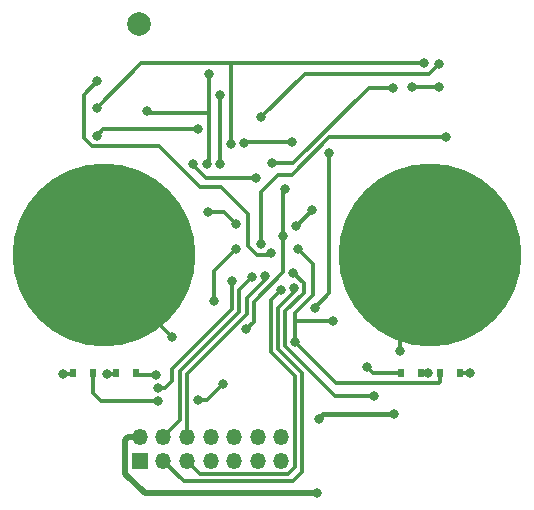
<source format=gbl>
G04 #@! TF.GenerationSoftware,KiCad,Pcbnew,no-vcs-found-6cefb68~58~ubuntu16.04.1*
G04 #@! TF.CreationDate,2017-05-09T11:31:50+03:00*
G04 #@! TF.ProjectId,livolo_2_channels_1way_eu_switch,6C69766F6C6F5F325F6368616E6E656C,rev?*
G04 #@! TF.FileFunction,Copper,L2,Bot,Signal*
G04 #@! TF.FilePolarity,Positive*
%FSLAX46Y46*%
G04 Gerber Fmt 4.6, Leading zero omitted, Abs format (unit mm)*
G04 Created by KiCad (PCBNEW no-vcs-found-6cefb68~58~ubuntu16.04.1) date Tue May  9 11:31:50 2017*
%MOMM*%
%LPD*%
G01*
G04 APERTURE LIST*
%ADD10C,0.100000*%
%ADD11C,15.500000*%
%ADD12R,0.600000X0.800000*%
%ADD13C,1.998980*%
%ADD14O,1.350000X1.350000*%
%ADD15R,1.350000X1.350000*%
%ADD16C,0.800000*%
%ADD17C,0.300000*%
%ADD18C,0.450000*%
%ADD19C,0.500000*%
G04 APERTURE END LIST*
D10*
D11*
X156250000Y-92150000D03*
X128650000Y-92150000D03*
D12*
X129650000Y-102150000D03*
X131350000Y-102150000D03*
X126000000Y-102150000D03*
X127700000Y-102150000D03*
X158800000Y-102150000D03*
X157100000Y-102150000D03*
X155450000Y-102150000D03*
X153750000Y-102150000D03*
D13*
X131550000Y-72550000D03*
D14*
X143650000Y-107550000D03*
X143650000Y-109550000D03*
X141650000Y-107550000D03*
X141650000Y-109550000D03*
X139650000Y-107550000D03*
X139650000Y-109550000D03*
X137650000Y-107550000D03*
X137650000Y-109550000D03*
X135650000Y-107550000D03*
X135650000Y-109550000D03*
X133650000Y-107550000D03*
X133650000Y-109550000D03*
X131650000Y-107550000D03*
D15*
X131650000Y-109550000D03*
D16*
X145092551Y-91657449D03*
X148000000Y-97700000D03*
X138671485Y-103086161D03*
X144800000Y-99500000D03*
X136600000Y-104400000D03*
X133200000Y-104500000D03*
X132247340Y-79958848D03*
X146225009Y-88306238D03*
X144900000Y-89700000D03*
X137317018Y-84464922D03*
X137499998Y-76850000D03*
X139800000Y-89550002D03*
X137450000Y-88524998D03*
X150891952Y-101651983D03*
X140653020Y-98418270D03*
X133014549Y-102315473D03*
X138416234Y-84423097D03*
X154700002Y-77875000D03*
X156974998Y-77900000D03*
X138432929Y-78572282D03*
X143992417Y-86553252D03*
X143802464Y-90525717D03*
X137974356Y-96075004D03*
X139800000Y-91667529D03*
X146800000Y-106000000D03*
X153200000Y-105600000D03*
X142799990Y-91945222D03*
X128050002Y-77425000D03*
X146650010Y-112300000D03*
X153700000Y-100300000D03*
X134400000Y-99100000D03*
X136625002Y-81475000D03*
X140444049Y-82657764D03*
X144575010Y-82550000D03*
X128000012Y-82050010D03*
X139345788Y-82719813D03*
X155700000Y-75925000D03*
X128000014Y-79725000D03*
X156975000Y-75975002D03*
X141950000Y-80450000D03*
X128900000Y-102200000D03*
X125194336Y-102172950D03*
X159591524Y-102115136D03*
X156099966Y-102100000D03*
X146449990Y-96603597D03*
X147700000Y-83500000D03*
X133235174Y-103400550D03*
X139464930Y-94299484D03*
X144665450Y-93634550D03*
X151500000Y-104100000D03*
X144674574Y-94923329D03*
X142261849Y-93951529D03*
X143586763Y-95086716D03*
X141164942Y-94034130D03*
X157566229Y-82183121D03*
X141918510Y-91228448D03*
X136200000Y-84425000D03*
X141500002Y-85650000D03*
X142874990Y-84375000D03*
X153125000Y-78000000D03*
D17*
X146300009Y-92864907D02*
X145092551Y-91657449D01*
X146300009Y-95548533D02*
X146300009Y-92864907D01*
X144800000Y-97700000D02*
X144800000Y-97048542D01*
X144800000Y-97048542D02*
X146300009Y-95548533D01*
X144800000Y-99500000D02*
X144800000Y-97700000D01*
X148000000Y-97700000D02*
X144800000Y-97700000D01*
X137357646Y-104400000D02*
X138671485Y-103086161D01*
X136600000Y-104400000D02*
X137357646Y-104400000D01*
X148300001Y-103000001D02*
X144800000Y-99500000D01*
X157100000Y-102850000D02*
X156949999Y-103000001D01*
X156949999Y-103000001D02*
X148300001Y-103000001D01*
X157100000Y-102150000D02*
X157100000Y-102850000D01*
X128392068Y-104500000D02*
X133200000Y-104500000D01*
X127700000Y-102150000D02*
X127700000Y-103807932D01*
X127700000Y-103807932D02*
X128392068Y-104500000D01*
X137499998Y-80100000D02*
X137499998Y-84281942D01*
X132388492Y-80100000D02*
X132247340Y-79958848D01*
X137499998Y-76850000D02*
X137499998Y-80100000D01*
X137499998Y-80100000D02*
X132388492Y-80100000D01*
X146225009Y-88374991D02*
X146225009Y-88306238D01*
X144900000Y-89700000D02*
X146225009Y-88374991D01*
X137499998Y-84281942D02*
X137317018Y-84464922D01*
X137450000Y-88524998D02*
X138774996Y-88524998D01*
X138774996Y-88524998D02*
X139800000Y-89550002D01*
X151389969Y-102150000D02*
X150891952Y-101651983D01*
X153750000Y-102150000D02*
X151389969Y-102150000D01*
X141300033Y-96116125D02*
X141300033Y-97771257D01*
X143802464Y-93613694D02*
X141300033Y-96116125D01*
X141300033Y-97771257D02*
X140653020Y-98418270D01*
X143802464Y-90525717D02*
X143802464Y-93613694D01*
X133014549Y-102315473D02*
X131515473Y-102315473D01*
X131515473Y-102315473D02*
X131350000Y-102150000D01*
X138432929Y-84406402D02*
X138416234Y-84423097D01*
X138432929Y-78572282D02*
X138432929Y-84406402D01*
X156974998Y-77900000D02*
X154725002Y-77900000D01*
X154725002Y-77900000D02*
X154700002Y-77875000D01*
X143802464Y-86743205D02*
X143992417Y-86553252D01*
X143802464Y-90525717D02*
X143802464Y-86743205D01*
X137974356Y-93493173D02*
X137974356Y-96075004D01*
X139800000Y-91667529D02*
X137974356Y-93493173D01*
D18*
X153200000Y-105600000D02*
X147200000Y-105600000D01*
X147200000Y-105600000D02*
X146800000Y-106000000D01*
D17*
X142597071Y-92148141D02*
X142799990Y-91945222D01*
X140850000Y-88700000D02*
X140850000Y-91415685D01*
X138525001Y-86375001D02*
X140850000Y-88700000D01*
X140850000Y-91415685D02*
X141582456Y-92148141D01*
X136750001Y-86375001D02*
X138525001Y-86375001D01*
X133275012Y-82900012D02*
X136750001Y-86375001D01*
X126900000Y-78575002D02*
X126900000Y-82208002D01*
X128050002Y-77425000D02*
X126900000Y-78575002D01*
X127592010Y-82900012D02*
X133275012Y-82900012D01*
X141582456Y-92148141D02*
X142597071Y-92148141D01*
X126900000Y-82208002D02*
X127592010Y-82900012D01*
D19*
X130424999Y-110665001D02*
X130424999Y-107820407D01*
X130424999Y-107820407D02*
X130695406Y-107550000D01*
X130695406Y-107550000D02*
X131650000Y-107550000D01*
X146650010Y-112300000D02*
X132059998Y-112300000D01*
X132059998Y-112300000D02*
X130424999Y-110665001D01*
D17*
X153700000Y-100300000D02*
X153700000Y-94700000D01*
X153700000Y-94700000D02*
X156250000Y-92150000D01*
X128650000Y-93350000D02*
X134400000Y-99100000D01*
X128650000Y-92150000D02*
X128650000Y-93350000D01*
X128575022Y-81475000D02*
X136625002Y-81475000D01*
X128000012Y-82050010D02*
X128575022Y-81475000D01*
X144575010Y-82550000D02*
X140551813Y-82550000D01*
X140551813Y-82550000D02*
X140444049Y-82657764D01*
X139345788Y-75995788D02*
X139345788Y-82719813D01*
X139275000Y-75925000D02*
X139345788Y-75995788D01*
X155700000Y-75925000D02*
X139275000Y-75925000D01*
X139275000Y-75925000D02*
X131800014Y-75925000D01*
X131800014Y-75925000D02*
X128000014Y-79725000D01*
X141950000Y-80450000D02*
X145624998Y-76775002D01*
X145624998Y-76775002D02*
X156175000Y-76775002D01*
X156175000Y-76775002D02*
X156975000Y-75975002D01*
X128900000Y-102200000D02*
X129600000Y-102200000D01*
X129600000Y-102200000D02*
X129650000Y-102150000D01*
X125194336Y-102172950D02*
X125977050Y-102172950D01*
X125977050Y-102172950D02*
X126000000Y-102150000D01*
X159591524Y-102115136D02*
X158834864Y-102115136D01*
X158834864Y-102115136D02*
X158800000Y-102150000D01*
X156099966Y-102100034D02*
X156099966Y-102100000D01*
X155450000Y-102150000D02*
X156050000Y-102150000D01*
X156050000Y-102150000D02*
X156099966Y-102100034D01*
X147700000Y-83500000D02*
X147700000Y-95353587D01*
X147700000Y-95353587D02*
X146449990Y-96603597D01*
X139464930Y-94299484D02*
X139464930Y-96693074D01*
X139464930Y-96693074D02*
X134400000Y-101758004D01*
X134400000Y-101758004D02*
X134400000Y-102800000D01*
X134400000Y-102800000D02*
X133799450Y-103400550D01*
X133799450Y-103400550D02*
X133235174Y-103400550D01*
X145524575Y-94493675D02*
X144665450Y-93634550D01*
X145524575Y-95331330D02*
X145524575Y-94493675D01*
X143949999Y-99852914D02*
X143949999Y-96905906D01*
X151500000Y-104100000D02*
X148197085Y-104100000D01*
X143949999Y-96905906D02*
X145524575Y-95331330D01*
X148197085Y-104100000D02*
X143949999Y-99852914D01*
X144674574Y-95276882D02*
X144674574Y-94923329D01*
X143349988Y-96601468D02*
X144674574Y-95276882D01*
X145400000Y-110500000D02*
X145400000Y-102151458D01*
X144624988Y-111275012D02*
X145400000Y-110500000D01*
X143349988Y-100101446D02*
X143349988Y-96601468D01*
X133650000Y-109550000D02*
X135375012Y-111275012D01*
X135375012Y-111275012D02*
X144624988Y-111275012D01*
X145400000Y-102151458D02*
X143349988Y-100101446D01*
X142261849Y-94228104D02*
X142261849Y-93951529D01*
X135650000Y-107550000D02*
X135650000Y-102205089D01*
X140700022Y-95789931D02*
X142261849Y-94228104D01*
X140700022Y-97155067D02*
X140700022Y-95789931D01*
X135650000Y-102205089D02*
X140700022Y-97155067D01*
X135650000Y-109550000D02*
X136775001Y-110675001D01*
X144775001Y-102375001D02*
X142749977Y-100349977D01*
X142749977Y-100349977D02*
X142749977Y-95923502D01*
X144775001Y-110090001D02*
X144775001Y-102375001D01*
X136775001Y-110675001D02*
X144190001Y-110675001D01*
X144190001Y-110675001D02*
X144775001Y-110090001D01*
X142749977Y-95923502D02*
X143586763Y-95086716D01*
X140064941Y-95134131D02*
X141164942Y-94034130D01*
X140064941Y-96941606D02*
X140064941Y-95134131D01*
X135049989Y-101956558D02*
X140064941Y-96941606D01*
X135049989Y-106150011D02*
X135049989Y-101956558D01*
X133650000Y-107550000D02*
X135049989Y-106150011D01*
X147708875Y-82183121D02*
X157566229Y-82183121D01*
X144516995Y-85375001D02*
X147708875Y-82183121D01*
X141918510Y-86831490D02*
X143374999Y-85375001D01*
X143374999Y-85375001D02*
X144516995Y-85375001D01*
X141918510Y-91228448D02*
X141918510Y-86831490D01*
X136200000Y-84550000D02*
X136200000Y-84425000D01*
X141500002Y-85650000D02*
X137300000Y-85650000D01*
X137300000Y-85650000D02*
X136200000Y-84550000D01*
X144668453Y-84375000D02*
X142874990Y-84375000D01*
X153125000Y-78000000D02*
X151043453Y-78000000D01*
X151043453Y-78000000D02*
X144668453Y-84375000D01*
M02*

</source>
